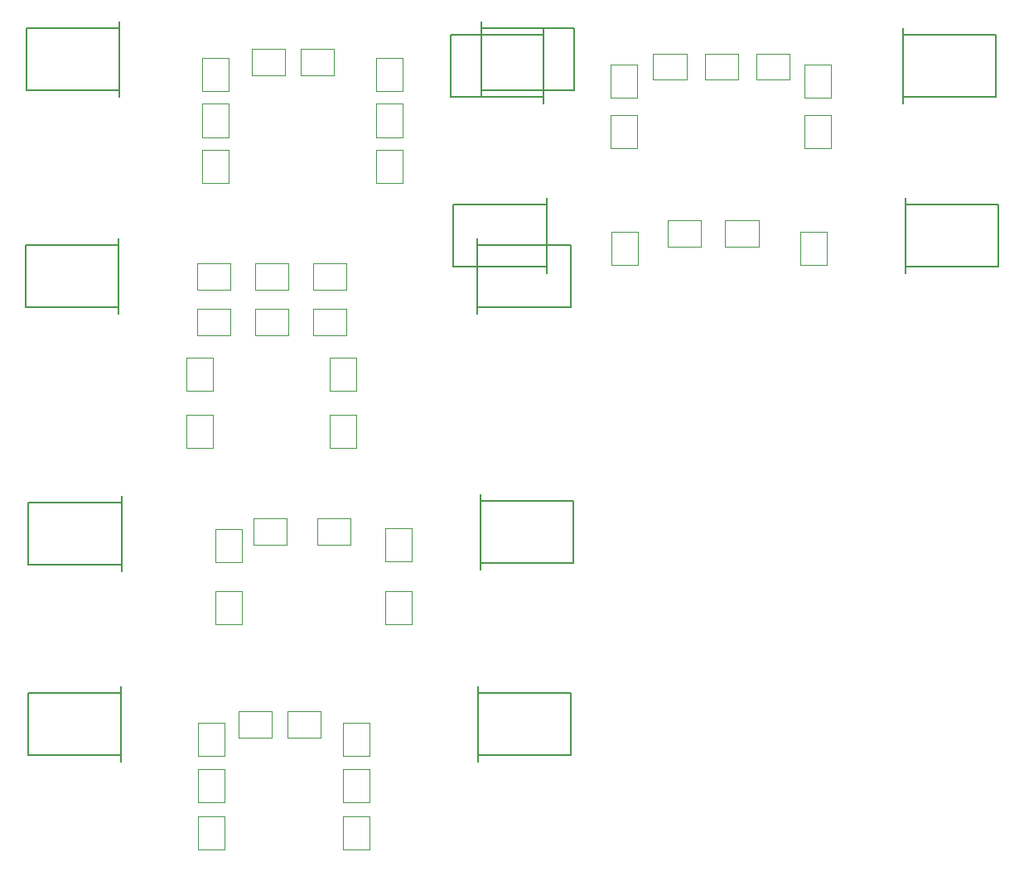
<source format=gbr>
%TF.GenerationSoftware,Altium Limited,Altium Designer,20.0.10 (225)*%
G04 Layer_Color=16711935*
%FSLAX26Y26*%
%MOIN*%
%TF.FileFunction,Other,Mechanical_13*%
%TF.Part,CustomerPanel*%
G01*
G75*
%TA.AperFunction,NonConductor*%
%ADD23C,0.007874*%
%ADD27C,0.003937*%
D23*
X3460356Y3620729D02*
Y3316398D01*
Y3593563D02*
X3835160D01*
X3460356D02*
Y3343563D01*
X3835160D01*
Y3593563D02*
Y3343563D01*
X2016262Y3620729D02*
Y3316398D01*
X1641459Y3343563D02*
X2016262D01*
Y3593563D02*
Y3343563D01*
X1641459Y3593563D02*
X2016262D01*
X1641459D02*
Y3343563D01*
X2136221Y1467929D02*
Y1717929D01*
X1761417Y1467929D02*
X2136221D01*
X1761417D02*
Y1717929D01*
X2136221D01*
X1761417Y1440764D02*
Y1745094D01*
X-56811Y1461693D02*
Y1711693D01*
X317992D01*
Y1461693D02*
Y1711693D01*
X-56811Y1461693D02*
X317992D01*
Y1434528D02*
Y1738858D01*
X2124410Y2496925D02*
Y2746925D01*
X1749606Y2496925D02*
X2124410D01*
X1749606D02*
Y2746925D01*
X2124410D01*
X1749606Y2469760D02*
Y2774091D01*
X-69291Y2496925D02*
Y2746925D01*
X305512D01*
Y2496925D02*
Y2746925D01*
X-69291Y2496925D02*
X305512D01*
Y2469760D02*
Y2774091D01*
X3846971Y2661311D02*
Y2911311D01*
X3472168Y2661311D02*
X3846971D01*
X3472168D02*
Y2911311D01*
X3846971D01*
X3472168Y2634146D02*
Y2938477D01*
X1653527Y2661311D02*
Y2911311D01*
X2028331D01*
Y2661311D02*
Y2911311D01*
X1653527Y2661311D02*
X2028331D01*
Y2634146D02*
Y2938477D01*
X-59449Y945098D02*
Y695098D01*
Y945098D02*
X315354D01*
Y695098D01*
X-59449D02*
X315354D01*
Y972264D02*
Y667933D01*
X1751575Y972264D02*
Y667933D01*
Y945098D02*
X2126378D01*
X1751575D02*
Y695098D01*
X2126378D01*
Y945098D02*
Y695098D01*
X2139764Y3371481D02*
Y3621481D01*
X1764961Y3371481D02*
X2139764D01*
X1764961D02*
Y3621481D01*
X2139764D01*
X1764961Y3344315D02*
Y3648646D01*
X-65748Y3371481D02*
Y3621481D01*
X309055D01*
Y3371481D02*
Y3621481D01*
X-65748Y3371481D02*
X309055D01*
Y3344315D02*
Y3648646D01*
D27*
X2393034Y3272280D02*
Y3138421D01*
X2286735Y3272280D02*
Y3138421D01*
Y3272280D02*
X2393034D01*
X2286735Y3138421D02*
X2393034D01*
Y3474406D02*
Y3340547D01*
X2286735Y3474406D02*
Y3340547D01*
Y3474406D02*
X2393034D01*
X2286735Y3340547D02*
X2393034D01*
X2456853Y3412756D02*
X2590711D01*
X2456853Y3519055D02*
X2590711D01*
Y3412756D01*
X2456853Y3519055D02*
Y3412756D01*
X2665455D02*
X2799313D01*
X2665455Y3519055D02*
X2799313D01*
Y3412756D01*
X2665455Y3519055D02*
Y3412756D01*
X2872955D02*
X3006813D01*
X2872955Y3519055D02*
X3006813D01*
Y3412756D01*
X2872955Y3519055D02*
Y3412756D01*
X3173034Y3272280D02*
Y3138421D01*
X3066735Y3272280D02*
Y3138421D01*
Y3272280D02*
X3173034D01*
X3066735Y3138421D02*
X3173034D01*
Y3474406D02*
Y3340547D01*
X3066735Y3474406D02*
Y3340547D01*
Y3474406D02*
X3173034D01*
X3066735Y3340547D02*
X3173034D01*
X1484567Y1474882D02*
Y1608740D01*
X1378268Y1474882D02*
Y1608740D01*
X1484567D01*
X1378268Y1474882D02*
X1484567D01*
Y1221509D02*
Y1355367D01*
X1378268Y1221509D02*
Y1355367D01*
X1484567D01*
X1378268Y1221509D02*
X1484567D01*
X801181D02*
Y1355367D01*
X694882Y1221509D02*
Y1355367D01*
X801181D01*
X694882Y1221509D02*
X801181D01*
Y1470036D02*
Y1603895D01*
X694882Y1470036D02*
Y1603895D01*
X801181D01*
X694882Y1470036D02*
X801181D01*
X1105591Y1542599D02*
X1239449D01*
X1105591Y1648898D02*
X1239449D01*
Y1542599D02*
Y1648898D01*
X1105591Y1542599D02*
Y1648898D01*
X849488Y1542599D02*
X983346D01*
X849488Y1648898D02*
X983346D01*
Y1542599D02*
Y1648898D01*
X849488Y1542599D02*
Y1648898D01*
X1261457Y2159996D02*
Y2293854D01*
X1155158Y2159996D02*
Y2293854D01*
X1261457D01*
X1155158Y2159996D02*
X1261457D01*
Y1929996D02*
Y2063854D01*
X1155158Y1929996D02*
Y2063854D01*
X1261457D01*
X1155158Y1929996D02*
X1261457D01*
X686457D02*
Y2063854D01*
X580158Y1929996D02*
Y2063854D01*
X686457D01*
X580158Y1929996D02*
X686457D01*
Y2159996D02*
Y2293854D01*
X580158Y2159996D02*
Y2293854D01*
X686457D01*
X580158Y2159996D02*
X686457D01*
X1087480Y2568776D02*
X1221339D01*
X1087480Y2675075D02*
X1221339D01*
Y2568776D02*
Y2675075D01*
X1087480Y2568776D02*
Y2675075D01*
Y2383776D02*
X1221339D01*
X1087480Y2490075D02*
X1221339D01*
Y2383776D02*
Y2490075D01*
X1087480Y2383776D02*
Y2490075D01*
X854980Y2383776D02*
X988839D01*
X854980Y2490075D02*
X988839D01*
Y2383776D02*
Y2490075D01*
X854980Y2383776D02*
Y2490075D01*
Y2568776D02*
X988839D01*
X854980Y2675075D02*
X988839D01*
Y2568776D02*
Y2675075D01*
X854980Y2568776D02*
Y2675075D01*
X622480Y2383776D02*
X756339D01*
X622480Y2490075D02*
X756339D01*
Y2383776D02*
Y2490075D01*
X622480Y2383776D02*
Y2490075D01*
Y2568776D02*
X756339D01*
X622480Y2675075D02*
X756339D01*
Y2568776D02*
Y2675075D01*
X622480Y2568776D02*
Y2675075D01*
X3155947Y2668264D02*
Y2802122D01*
X3049648Y2668264D02*
Y2802122D01*
X3155947D01*
X3049648Y2668264D02*
X3155947D01*
X2746971Y2739918D02*
X2880829D01*
X2746971Y2846217D02*
X2880829D01*
Y2739918D02*
Y2846217D01*
X2746971Y2739918D02*
Y2846217D01*
X2515868Y2739918D02*
X2649727D01*
X2515868Y2846217D02*
X2649727D01*
Y2739918D02*
Y2846217D01*
X2515868Y2739918D02*
Y2846217D01*
X2393821Y2668264D02*
Y2802122D01*
X2287522Y2668264D02*
Y2802122D01*
X2393821D01*
X2287522Y2668264D02*
X2393821D01*
X1314646Y447043D02*
Y313185D01*
X1208347Y447043D02*
Y313185D01*
Y447043D02*
X1314646D01*
X1208347Y313185D02*
X1314646D01*
Y637043D02*
Y503185D01*
X1208347Y637043D02*
Y503185D01*
Y637043D02*
X1314646D01*
X1208347Y503185D02*
X1314646D01*
Y825941D02*
Y692083D01*
X1208347Y825941D02*
Y692083D01*
Y825941D02*
X1314646D01*
X1208347Y692083D02*
X1314646D01*
X986220Y763366D02*
X1120079D01*
X986220Y869665D02*
X1120079D01*
Y763366D01*
X986220Y869665D02*
Y763366D01*
X787677D02*
X921535D01*
X787677Y869665D02*
X921535D01*
Y763366D01*
X787677Y869665D02*
Y763366D01*
X731496Y447043D02*
Y313185D01*
X625197Y447043D02*
Y313185D01*
Y447043D02*
X731496D01*
X625197Y313185D02*
X731496D01*
Y637043D02*
Y503185D01*
X625197Y637043D02*
Y503185D01*
Y637043D02*
X731496D01*
X625197Y503185D02*
X731496D01*
Y825941D02*
Y692083D01*
X625197Y825941D02*
Y692083D01*
Y825941D02*
X731496D01*
X625197Y692083D02*
X731496D01*
X1448740Y3368465D02*
Y3502323D01*
X1342441Y3368465D02*
Y3502323D01*
X1448740D01*
X1342441Y3368465D02*
X1448740D01*
Y3182555D02*
Y3316414D01*
X1342441Y3182555D02*
Y3316414D01*
X1448740D01*
X1342441Y3182555D02*
X1448740D01*
Y2997555D02*
Y3131414D01*
X1342441Y2997555D02*
Y3131414D01*
X1448740D01*
X1342441Y2997555D02*
X1448740D01*
X747480D02*
Y3131414D01*
X641181Y2997555D02*
Y3131414D01*
X747480D01*
X641181Y2997555D02*
X747480D01*
Y3182555D02*
Y3316414D01*
X641181Y3182555D02*
Y3316414D01*
X747480D01*
X641181Y3182555D02*
X747480D01*
Y3368465D02*
Y3502323D01*
X641181Y3368465D02*
Y3502323D01*
X747480D01*
X641181Y3368465D02*
X747480D01*
X1038976Y3431335D02*
X1172835D01*
X1038976Y3537634D02*
X1172835D01*
Y3431335D02*
Y3537634D01*
X1038976Y3431335D02*
Y3537634D01*
X842126Y3431335D02*
X975984D01*
X842126Y3537634D02*
X975984D01*
Y3431335D02*
Y3537634D01*
X842126Y3431335D02*
Y3537634D01*
%TF.MD5,0bac0914ea016a56712022c8e5150c48*%
M02*

</source>
